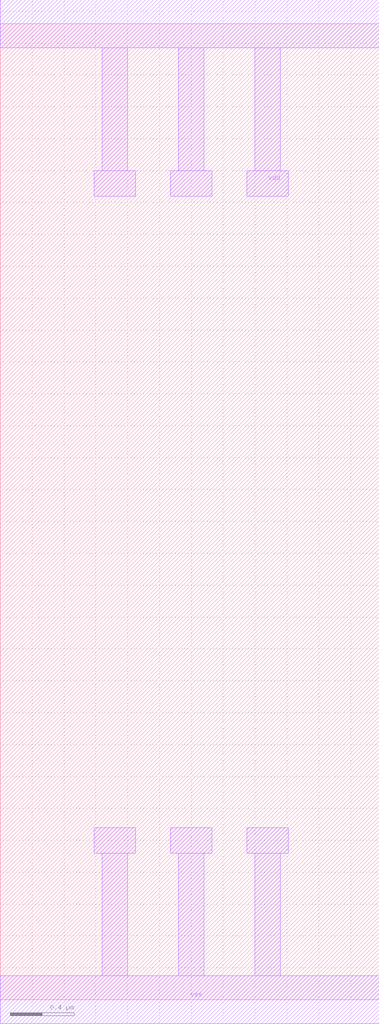
<source format=lef>
VERSION 5.7 ;
  NOWIREEXTENSIONATPIN ON ;
  DIVIDERCHAR "/" ;
  BUSBITCHARS "[]" ;
MACRO SARADC_FILLTIE2
  CLASS BLOCK ;
  FOREIGN SARADC_FILLTIE2 ;
  ORIGIN 0.000 0.000 ;
  SIZE 2.380 BY 6.120 ;
  SYMMETRY X Y R90 ;
  PIN vss
    DIRECTION INOUT ;
    USE GROUND ;
    PORT
      LAYER Metal1 ;
        RECT 0.590 0.920 0.850 1.080 ;
        RECT 1.070 0.920 1.330 1.080 ;
        RECT 1.550 0.920 1.810 1.080 ;
        RECT 0.640 0.150 0.800 0.920 ;
        RECT 1.120 0.150 1.280 0.920 ;
        RECT 1.600 0.150 1.760 0.920 ;
        RECT 0.000 -0.150 2.380 0.150 ;
    END
  END vss
  PIN vdd
    DIRECTION INOUT ;
    USE POWER ;
    PORT
      LAYER Metal1 ;
        RECT 0.000 5.970 2.380 6.270 ;
        RECT 0.640 5.200 0.800 5.970 ;
        RECT 1.120 5.200 1.280 5.970 ;
        RECT 1.600 5.200 1.760 5.970 ;
        RECT 0.590 5.040 0.850 5.200 ;
        RECT 1.070 5.040 1.330 5.200 ;
        RECT 1.550 5.040 1.810 5.200 ;
    END
  END vdd
END SARADC_FILLTIE2
END LIBRARY


</source>
